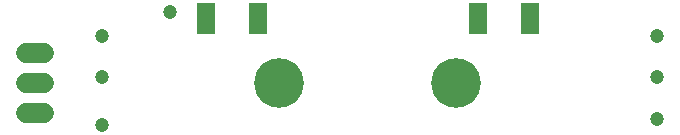
<source format=gbr>
G04 EAGLE Gerber X2 export*
%TF.Part,Single*%
%TF.FileFunction,Soldermask,Bot,1*%
%TF.FilePolarity,Negative*%
%TF.GenerationSoftware,Autodesk,EAGLE,9.1.0*%
%TF.CreationDate,2020-08-17T16:38:00Z*%
G75*
%MOMM*%
%FSLAX34Y34*%
%LPD*%
%AMOC8*
5,1,8,0,0,1.08239X$1,22.5*%
G01*
%ADD10R,1.603200X0.653200*%
%ADD11C,1.727200*%
%ADD12C,1.203200*%
%ADD13C,4.203200*%


D10*
X232000Y209750D03*
X232000Y203250D03*
X232000Y196750D03*
X232000Y190250D03*
X188000Y190250D03*
X188000Y196750D03*
X188000Y203250D03*
X188000Y209750D03*
X462000Y209750D03*
X462000Y203250D03*
X462000Y196750D03*
X462000Y190250D03*
X418000Y190250D03*
X418000Y196750D03*
X418000Y203250D03*
X418000Y209750D03*
D11*
X51120Y119600D02*
X35880Y119600D01*
X35880Y145000D02*
X51120Y145000D01*
X51120Y170400D02*
X35880Y170400D01*
D12*
X100000Y185000D03*
X570000Y115000D03*
X100000Y110000D03*
X570000Y185000D03*
X570000Y150000D03*
X100000Y150000D03*
D13*
X250000Y145000D03*
D12*
X157500Y205000D03*
D13*
X400000Y145000D03*
M02*

</source>
